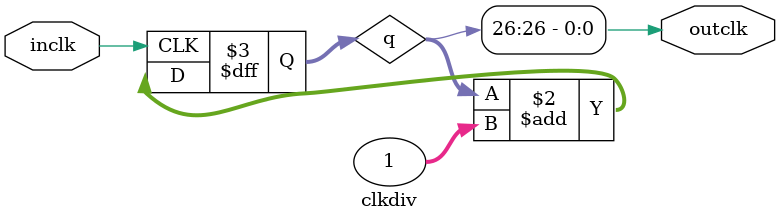
<source format=v>
`timescale 1ns / 1ps


module traffic_lights_1(
    input clk,
    input reset,
    output reg [2:0] N,
    output reg [2:0] S,
    output reg [2:0] E,
    output reg [2:0] W
    );
    
    wire myclk;
    reg [5:0] counter;
    clkdiv c1(clk,myclk);
    
    always@(posedge myclk, posedge reset)
    begin
    if(reset)
    begin
    N<=3'b001;
    S<=3'b001;
    E<=3'b100;
    W<=3'b100;
    end
    else
    begin
        case(counter)
        6'b001001:
            begin
            N<=3'b010;
            S<=3'b010;
            E<=3'b100;
            W<=3'b100;
            counter<=counter+1;
            end
        6'b001100:
            begin
            N<=3'b100;
            S<=3'b100;
            E<=3'b001;
            W<=3'b001;
            counter<=counter+1;
            end
         6'b011101:
            begin
            N<=3'b100;
            S<=3'b100;
            E<=3'b010;
            W<=3'b010;
            counter<=counter+1;
            end
         6'b100000:
            begin
            N<=3'b001;
            S<=3'b001;
            E<=3'b100;
            W<=3'b100;
            counter<=6'b000000;
            end
        default
            begin
            N<=N;
            S<=S;
            E<=E;
            W<=W;
            counter<=counter+1;
            end
        endcase
    end
    end
    
endmodule

module clkdiv(
    input inclk,
    output outclk
    );
    reg [35:0]q;
    always@(posedge inclk)
         q<=q+1;
    assign outclk=q[26];//around 0.75Hz
endmodule

</source>
